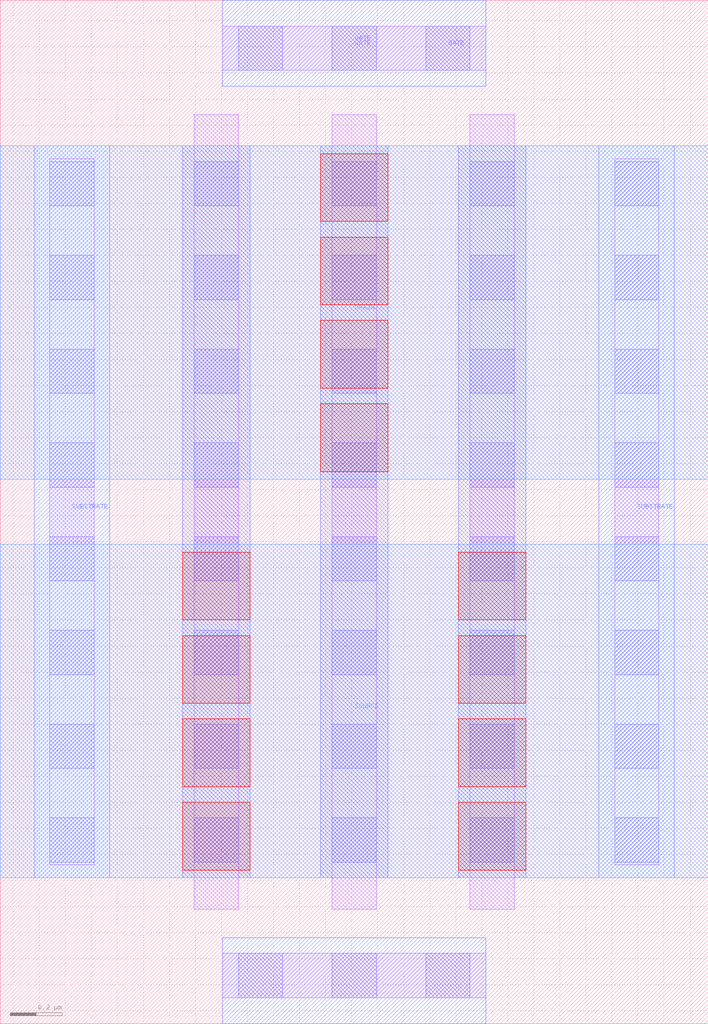
<source format=lef>
# Copyright 2020 The SkyWater PDK Authors
#
# Licensed under the Apache License, Version 2.0 (the "License");
# you may not use this file except in compliance with the License.
# You may obtain a copy of the License at
#
#     https://www.apache.org/licenses/LICENSE-2.0
#
# Unless required by applicable law or agreed to in writing, software
# distributed under the License is distributed on an "AS IS" BASIS,
# WITHOUT WARRANTIES OR CONDITIONS OF ANY KIND, either express or implied.
# See the License for the specific language governing permissions and
# limitations under the License.
#
# SPDX-License-Identifier: Apache-2.0

VERSION 5.7 ;
  NOWIREEXTENSIONATPIN ON ;
  DIVIDERCHAR "/" ;
  BUSBITCHARS "[]" ;
MACRO sky130_fd_pr__rf_nfet_01v8_aM02W3p00L0p25
  CLASS BLOCK ;
  FOREIGN sky130_fd_pr__rf_nfet_01v8_aM02W3p00L0p25 ;
  ORIGIN -0.050000 -0.050000 ;
  SIZE  2.720000 BY  3.930000 ;
  PIN DRAIN
    ANTENNADIFFAREA  0.842800 ;
    PORT
      LAYER met2 ;
        RECT 0.050000 2.140000 2.770000 3.420000 ;
    END
  END DRAIN
  PIN GATE
    ANTENNAGATEAREA  1.505000 ;
    PORT
      LAYER li1 ;
        RECT 0.905000 0.150000 1.915000 0.320000 ;
        RECT 0.905000 3.710000 1.915000 3.880000 ;
      LAYER mcon ;
        RECT 0.965000 0.150000 1.135000 0.320000 ;
        RECT 0.965000 3.710000 1.135000 3.880000 ;
        RECT 1.325000 0.150000 1.495000 0.320000 ;
        RECT 1.325000 3.710000 1.495000 3.880000 ;
        RECT 1.685000 0.150000 1.855000 0.320000 ;
        RECT 1.685000 3.710000 1.855000 3.880000 ;
    END
    PORT
      LAYER met1 ;
        RECT 0.905000 0.050000 1.915000 0.380000 ;
        RECT 0.905000 3.650000 1.915000 3.980000 ;
    END
  END GATE
  PIN SOURCE
    ANTENNADIFFAREA  1.685600 ;
    PORT
      LAYER met2 ;
        RECT 0.050000 0.610000 2.770000 1.890000 ;
    END
  END SOURCE
  PIN SUBSTRATE
    ANTENNADIFFAREA  0.872900 ;
    PORT
      LAYER met1 ;
        RECT 0.180000 0.610000 0.470000 3.420000 ;
    END
    PORT
      LAYER met1 ;
        RECT 2.350000 0.610000 2.640000 3.420000 ;
    END
  END SUBSTRATE
  OBS
    LAYER li1 ;
      RECT 0.240000 0.660000 0.410000 3.370000 ;
      RECT 0.795000 0.490000 0.965000 3.540000 ;
      RECT 1.325000 0.490000 1.495000 3.540000 ;
      RECT 1.855000 0.490000 2.025000 3.540000 ;
      RECT 2.410000 0.660000 2.580000 3.370000 ;
    LAYER mcon ;
      RECT 0.240000 0.670000 0.410000 0.840000 ;
      RECT 0.240000 1.030000 0.410000 1.200000 ;
      RECT 0.240000 1.390000 0.410000 1.560000 ;
      RECT 0.240000 1.750000 0.410000 1.920000 ;
      RECT 0.240000 2.110000 0.410000 2.280000 ;
      RECT 0.240000 2.470000 0.410000 2.640000 ;
      RECT 0.240000 2.830000 0.410000 3.000000 ;
      RECT 0.240000 3.190000 0.410000 3.360000 ;
      RECT 0.795000 0.670000 0.965000 0.840000 ;
      RECT 0.795000 1.030000 0.965000 1.200000 ;
      RECT 0.795000 1.390000 0.965000 1.560000 ;
      RECT 0.795000 1.750000 0.965000 1.920000 ;
      RECT 0.795000 2.110000 0.965000 2.280000 ;
      RECT 0.795000 2.470000 0.965000 2.640000 ;
      RECT 0.795000 2.830000 0.965000 3.000000 ;
      RECT 0.795000 3.190000 0.965000 3.360000 ;
      RECT 1.325000 0.670000 1.495000 0.840000 ;
      RECT 1.325000 1.030000 1.495000 1.200000 ;
      RECT 1.325000 1.390000 1.495000 1.560000 ;
      RECT 1.325000 1.750000 1.495000 1.920000 ;
      RECT 1.325000 2.110000 1.495000 2.280000 ;
      RECT 1.325000 2.470000 1.495000 2.640000 ;
      RECT 1.325000 2.830000 1.495000 3.000000 ;
      RECT 1.325000 3.190000 1.495000 3.360000 ;
      RECT 1.855000 0.670000 2.025000 0.840000 ;
      RECT 1.855000 1.030000 2.025000 1.200000 ;
      RECT 1.855000 1.390000 2.025000 1.560000 ;
      RECT 1.855000 1.750000 2.025000 1.920000 ;
      RECT 1.855000 2.110000 2.025000 2.280000 ;
      RECT 1.855000 2.470000 2.025000 2.640000 ;
      RECT 1.855000 2.830000 2.025000 3.000000 ;
      RECT 1.855000 3.190000 2.025000 3.360000 ;
      RECT 2.410000 0.670000 2.580000 0.840000 ;
      RECT 2.410000 1.030000 2.580000 1.200000 ;
      RECT 2.410000 1.390000 2.580000 1.560000 ;
      RECT 2.410000 1.750000 2.580000 1.920000 ;
      RECT 2.410000 2.110000 2.580000 2.280000 ;
      RECT 2.410000 2.470000 2.580000 2.640000 ;
      RECT 2.410000 2.830000 2.580000 3.000000 ;
      RECT 2.410000 3.190000 2.580000 3.360000 ;
    LAYER met1 ;
      RECT 0.750000 0.610000 1.010000 3.420000 ;
      RECT 1.280000 0.610000 1.540000 3.420000 ;
      RECT 1.810000 0.610000 2.070000 3.420000 ;
    LAYER via ;
      RECT 0.750000 0.640000 1.010000 0.900000 ;
      RECT 0.750000 0.960000 1.010000 1.220000 ;
      RECT 0.750000 1.280000 1.010000 1.540000 ;
      RECT 0.750000 1.600000 1.010000 1.860000 ;
      RECT 1.280000 2.170000 1.540000 2.430000 ;
      RECT 1.280000 2.490000 1.540000 2.750000 ;
      RECT 1.280000 2.810000 1.540000 3.070000 ;
      RECT 1.280000 3.130000 1.540000 3.390000 ;
      RECT 1.810000 0.640000 2.070000 0.900000 ;
      RECT 1.810000 0.960000 2.070000 1.220000 ;
      RECT 1.810000 1.280000 2.070000 1.540000 ;
      RECT 1.810000 1.600000 2.070000 1.860000 ;
  END
END sky130_fd_pr__rf_nfet_01v8_aM02W3p00L0p25
END LIBRARY

</source>
